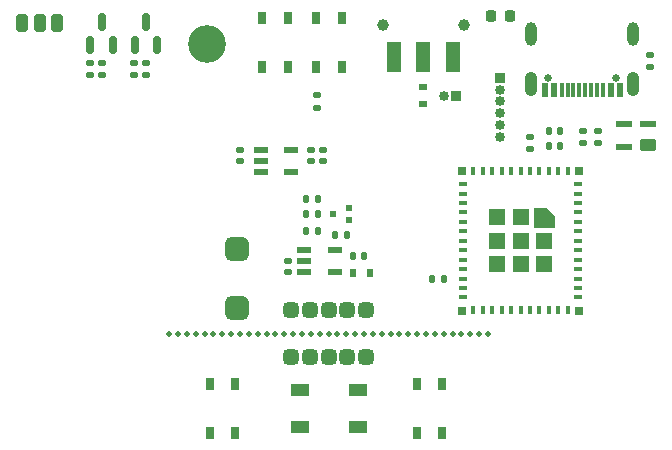
<source format=gbr>
%TF.GenerationSoftware,KiCad,Pcbnew,(6.0.9-0)*%
%TF.CreationDate,2023-02-23T20:44:17-08:00*%
%TF.ProjectId,esp32 caliper,65737033-3220-4636-916c-697065722e6b,rev?*%
%TF.SameCoordinates,Original*%
%TF.FileFunction,Soldermask,Top*%
%TF.FilePolarity,Negative*%
%FSLAX46Y46*%
G04 Gerber Fmt 4.6, Leading zero omitted, Abs format (unit mm)*
G04 Created by KiCad (PCBNEW (6.0.9-0)) date 2023-02-23 20:44:17*
%MOMM*%
%LPD*%
G01*
G04 APERTURE LIST*
G04 Aperture macros list*
%AMRoundRect*
0 Rectangle with rounded corners*
0 $1 Rounding radius*
0 $2 $3 $4 $5 $6 $7 $8 $9 X,Y pos of 4 corners*
0 Add a 4 corners polygon primitive as box body*
4,1,4,$2,$3,$4,$5,$6,$7,$8,$9,$2,$3,0*
0 Add four circle primitives for the rounded corners*
1,1,$1+$1,$2,$3*
1,1,$1+$1,$4,$5*
1,1,$1+$1,$6,$7*
1,1,$1+$1,$8,$9*
0 Add four rect primitives between the rounded corners*
20,1,$1+$1,$2,$3,$4,$5,0*
20,1,$1+$1,$4,$5,$6,$7,0*
20,1,$1+$1,$6,$7,$8,$9,0*
20,1,$1+$1,$8,$9,$2,$3,0*%
G04 Aperture macros list end*
%ADD10C,0.010000*%
%ADD11RoundRect,0.135000X-0.135000X-0.185000X0.135000X-0.185000X0.135000X0.185000X-0.135000X0.185000X0*%
%ADD12RoundRect,0.140000X-0.140000X-0.170000X0.140000X-0.170000X0.140000X0.170000X-0.140000X0.170000X0*%
%ADD13RoundRect,0.250000X0.250000X-0.500000X0.250000X0.500000X-0.250000X0.500000X-0.250000X-0.500000X0*%
%ADD14RoundRect,0.500000X0.500000X0.500000X-0.500000X0.500000X-0.500000X-0.500000X0.500000X-0.500000X0*%
%ADD15C,1.000000*%
%ADD16R,1.200000X2.500000*%
%ADD17C,3.200000*%
%ADD18C,0.650000*%
%ADD19R,0.600000X1.150000*%
%ADD20R,0.300000X1.150000*%
%ADD21O,1.050000X2.100000*%
%ADD22O,1.000000X2.000000*%
%ADD23R,0.650000X1.050000*%
%ADD24RoundRect,0.135000X0.185000X-0.135000X0.185000X0.135000X-0.185000X0.135000X-0.185000X-0.135000X0*%
%ADD25RoundRect,0.135000X-0.185000X0.135000X-0.185000X-0.135000X0.185000X-0.135000X0.185000X0.135000X0*%
%ADD26RoundRect,0.150000X0.150000X-0.587500X0.150000X0.587500X-0.150000X0.587500X-0.150000X-0.587500X0*%
%ADD27R,0.850000X0.850000*%
%ADD28O,0.850000X0.850000*%
%ADD29RoundRect,0.218750X-0.218750X-0.256250X0.218750X-0.256250X0.218750X0.256250X-0.218750X0.256250X0*%
%ADD30C,0.500000*%
%ADD31RoundRect,0.325000X0.325000X0.325000X-0.325000X0.325000X-0.325000X-0.325000X0.325000X-0.325000X0*%
%ADD32RoundRect,0.325000X-0.325000X-0.325000X0.325000X-0.325000X0.325000X0.325000X-0.325000X0.325000X0*%
%ADD33RoundRect,0.140000X0.170000X-0.140000X0.170000X0.140000X-0.170000X0.140000X-0.170000X-0.140000X0*%
%ADD34R,1.500000X1.000000*%
%ADD35RoundRect,0.135000X0.135000X0.185000X-0.135000X0.185000X-0.135000X-0.185000X0.135000X-0.185000X0*%
%ADD36RoundRect,0.140000X-0.170000X0.140000X-0.170000X-0.140000X0.170000X-0.140000X0.170000X0.140000X0*%
%ADD37R,0.700000X0.600000*%
%ADD38RoundRect,0.088500X-0.516500X-0.206500X0.516500X-0.206500X0.516500X0.206500X-0.516500X0.206500X0*%
%ADD39R,0.600000X0.500000*%
%ADD40R,0.400000X0.800000*%
%ADD41R,0.800000X0.400000*%
%ADD42R,1.450000X1.450000*%
%ADD43R,0.700000X0.700000*%
%ADD44RoundRect,0.099000X0.551000X-0.396000X0.551000X0.396000X-0.551000X0.396000X-0.551000X-0.396000X0*%
%ADD45RoundRect,0.059000X0.591000X-0.236000X0.591000X0.236000X-0.591000X0.236000X-0.591000X-0.236000X0*%
%ADD46R,0.600000X0.700000*%
%ADD47R,1.270000X0.558800*%
G04 APERTURE END LIST*
%TO.C,U4*%
G36*
X185520000Y-72155000D02*
G01*
X185520000Y-73145000D01*
X183870000Y-73145000D01*
X183870000Y-71495000D01*
X184860000Y-71495000D01*
X185520000Y-72155000D01*
G37*
D10*
X185520000Y-72155000D02*
X185520000Y-73145000D01*
X183870000Y-73145000D01*
X183870000Y-71495000D01*
X184860000Y-71495000D01*
X185520000Y-72155000D01*
%TD*%
D11*
%TO.C,R14*%
X175240000Y-77500000D03*
X176260000Y-77500000D03*
%TD*%
D12*
%TO.C,C1*%
X169490400Y-75560200D03*
X168530400Y-75560200D03*
%TD*%
D13*
%TO.C,U2*%
X140500000Y-55880000D03*
X142000000Y-55880000D03*
X143500000Y-55880000D03*
%TD*%
D14*
%TO.C,BT1*%
X158750000Y-80000000D03*
X158750000Y-75000000D03*
%TD*%
D15*
%TO.C,S1*%
X177900000Y-56000000D03*
X171100000Y-56000000D03*
D16*
X177000000Y-58750000D03*
X174500000Y-58750000D03*
X172000000Y-58750000D03*
%TD*%
D17*
%TO.C,H1*%
X156200000Y-57600000D03*
%TD*%
D18*
%TO.C,J1*%
X185060000Y-60490000D03*
X190840000Y-60490000D03*
D19*
X191150000Y-61565000D03*
X190350000Y-61565000D03*
D20*
X189200000Y-61565000D03*
X188200000Y-61565000D03*
X187700000Y-61565000D03*
X186700000Y-61565000D03*
D19*
X184750000Y-61565000D03*
X185550000Y-61565000D03*
D20*
X186200000Y-61565000D03*
X187200000Y-61565000D03*
X188700000Y-61565000D03*
X189700000Y-61565000D03*
D21*
X192270000Y-60990000D03*
D22*
X192270000Y-56810000D03*
X183630000Y-56810000D03*
D21*
X183630000Y-60990000D03*
%TD*%
D23*
%TO.C,SW4*%
X173925000Y-90575000D03*
X173925000Y-86425000D03*
X176075000Y-90575000D03*
X176075000Y-86450000D03*
%TD*%
%TO.C,SW3*%
X158575000Y-86425000D03*
X158575000Y-90575000D03*
X156425000Y-86425000D03*
X156425000Y-90550000D03*
%TD*%
%TO.C,SW2*%
X165425000Y-59550000D03*
X165425000Y-55425000D03*
X167575000Y-59575000D03*
X167575000Y-55425000D03*
%TD*%
%TO.C,SW1*%
X163000000Y-55425000D03*
X163000000Y-59575000D03*
X160850000Y-55425000D03*
X160850000Y-59550000D03*
%TD*%
D24*
%TO.C,R13*%
X183500000Y-66510000D03*
X183500000Y-65490000D03*
%TD*%
D25*
%TO.C,R12*%
X147250000Y-59240000D03*
X147250000Y-60260000D03*
%TD*%
%TO.C,R11*%
X146250000Y-60260000D03*
X146250000Y-59240000D03*
%TD*%
%TO.C,R2*%
X151000000Y-59240000D03*
X151000000Y-60260000D03*
%TD*%
D26*
%TO.C,Q2*%
X146300000Y-57687500D03*
X148200000Y-57687500D03*
X147250000Y-55812500D03*
%TD*%
%TO.C,Q1*%
X151000000Y-55812500D03*
X151950000Y-57687500D03*
X150050000Y-57687500D03*
%TD*%
D27*
%TO.C,J2*%
X177250000Y-62000000D03*
D28*
X176250000Y-62000000D03*
%TD*%
D29*
%TO.C,D5*%
X180212500Y-55300000D03*
X181787500Y-55300000D03*
%TD*%
D12*
%TO.C,C10*%
X185100000Y-66270000D03*
X186060000Y-66270000D03*
%TD*%
D27*
%TO.C,U9*%
X181000000Y-60500000D03*
D28*
X181000000Y-61500000D03*
X181000000Y-62500000D03*
X181000000Y-63500000D03*
X181000000Y-64500000D03*
X181000000Y-65500000D03*
%TD*%
D30*
%TO.C,U6*%
X173212000Y-82175000D03*
X168712000Y-82175000D03*
X161962000Y-82175000D03*
X163462000Y-82175000D03*
X178462000Y-82175000D03*
X176962000Y-82175000D03*
X175462000Y-82175000D03*
X155962000Y-82175000D03*
X179212000Y-82175000D03*
X170212000Y-82175000D03*
X177712000Y-82175000D03*
X164962000Y-82175000D03*
X159712000Y-82175000D03*
X152962000Y-82175000D03*
X170962000Y-82175000D03*
X155212000Y-82175000D03*
X169462000Y-82175000D03*
X158212000Y-82175000D03*
X172462000Y-82175000D03*
X167962000Y-82175000D03*
X153712000Y-82175000D03*
X174712000Y-82175000D03*
X166462000Y-82175000D03*
X176212000Y-82175000D03*
X157462000Y-82175000D03*
X173962000Y-82175000D03*
X171712000Y-82175000D03*
X167212000Y-82175000D03*
X161212000Y-82175000D03*
X160462000Y-82175000D03*
X164212000Y-82175000D03*
X158962000Y-82175000D03*
X156712000Y-82175000D03*
X179962000Y-82175000D03*
X165712000Y-82175000D03*
X162712000Y-82175000D03*
X154462000Y-82175000D03*
D31*
X163262000Y-84175000D03*
X164862000Y-84175000D03*
X166462000Y-84175000D03*
X168062000Y-84175000D03*
X169662000Y-84175000D03*
D32*
X163262000Y-80175000D03*
X164862000Y-80175000D03*
X166462000Y-80175000D03*
X168062000Y-80175000D03*
X169662000Y-80175000D03*
%TD*%
D33*
%TO.C,C2*%
X163010400Y-76940200D03*
X163010400Y-75980200D03*
%TD*%
D25*
%TO.C,R1*%
X150000000Y-59240000D03*
X150000000Y-60260000D03*
%TD*%
D34*
%TO.C,D2*%
X168950000Y-90100000D03*
X168950000Y-86900000D03*
X164050000Y-86900000D03*
X164050000Y-90100000D03*
%TD*%
D35*
%TO.C,R8*%
X168020400Y-73810200D03*
X167000400Y-73810200D03*
%TD*%
D12*
%TO.C,C9*%
X185100000Y-65000000D03*
X186060000Y-65000000D03*
%TD*%
D36*
%TO.C,C4*%
X166000000Y-66580200D03*
X166000000Y-67540200D03*
%TD*%
D11*
%TO.C,R3*%
X164570000Y-70755000D03*
X165590000Y-70755000D03*
%TD*%
D37*
%TO.C,D3*%
X174500000Y-62700000D03*
X174500000Y-61300000D03*
%TD*%
D38*
%TO.C,U3*%
X160745000Y-66610200D03*
X160745000Y-67560200D03*
X160745000Y-68510200D03*
X163255000Y-68510200D03*
X163255000Y-66610200D03*
%TD*%
D24*
%TO.C,R6*%
X193675000Y-59565000D03*
X193675000Y-58545000D03*
%TD*%
D35*
%TO.C,R7*%
X165590000Y-72025000D03*
X164570000Y-72025000D03*
%TD*%
D39*
%TO.C,Q3*%
X168160400Y-72525000D03*
X168160400Y-71525000D03*
X166860400Y-72025000D03*
%TD*%
D24*
%TO.C,R4*%
X189250000Y-66010000D03*
X189250000Y-64990000D03*
%TD*%
D36*
%TO.C,C3*%
X159000000Y-66580200D03*
X159000000Y-67540200D03*
%TD*%
D35*
%TO.C,R9*%
X165590000Y-73460200D03*
X164570000Y-73460200D03*
%TD*%
D24*
%TO.C,R5*%
X188020000Y-66010000D03*
X188020000Y-64990000D03*
%TD*%
D40*
%TO.C,U4*%
X186720000Y-68395000D03*
X185920000Y-68395000D03*
X185120000Y-68395000D03*
X184320000Y-68395000D03*
X183520000Y-68395000D03*
X182720000Y-68395000D03*
X181920000Y-68395000D03*
X181120000Y-68395000D03*
X180320000Y-68395000D03*
X179520000Y-68395000D03*
X178720000Y-68395000D03*
D41*
X177820000Y-69495000D03*
X177820000Y-70295000D03*
X177820000Y-71095000D03*
X177820000Y-71895000D03*
X177820000Y-72695000D03*
X177820000Y-73495000D03*
X177820000Y-74295000D03*
X177820000Y-75095000D03*
X177820000Y-75895000D03*
X177820000Y-76695000D03*
X177820000Y-77495000D03*
X177820000Y-78295000D03*
X177820000Y-79095000D03*
D40*
X178720000Y-80195000D03*
X179520000Y-80195000D03*
X180320000Y-80195000D03*
X181120000Y-80195000D03*
X181920000Y-80195000D03*
X182720000Y-80195000D03*
X183520000Y-80195000D03*
X184320000Y-80195000D03*
X185120000Y-80195000D03*
X185920000Y-80195000D03*
X186720000Y-80195000D03*
D41*
X187620000Y-79095000D03*
X187620000Y-78295000D03*
X187620000Y-77495000D03*
X187620000Y-76695000D03*
X187620000Y-75895000D03*
X187620000Y-75095000D03*
X187620000Y-74295000D03*
X187620000Y-73495000D03*
X187620000Y-72695000D03*
X187620000Y-71895000D03*
X187620000Y-71095000D03*
X187620000Y-70295000D03*
X187620000Y-69495000D03*
D42*
X184695000Y-74295000D03*
X184695000Y-76270000D03*
X182720000Y-76270000D03*
X180745000Y-76270000D03*
X180745000Y-74295000D03*
X180745000Y-72320000D03*
X182720000Y-72320000D03*
X182720000Y-74295000D03*
D43*
X187670000Y-80245000D03*
X177770000Y-80245000D03*
X177770000Y-68345000D03*
X187670000Y-68345000D03*
%TD*%
D36*
%TO.C,C5*%
X165000000Y-66580200D03*
X165000000Y-67540200D03*
%TD*%
D44*
%TO.C,D1*%
X193525000Y-66165000D03*
D45*
X193525000Y-64445000D03*
X191475000Y-64445000D03*
X191475000Y-66365000D03*
%TD*%
D24*
%TO.C,R10*%
X165500000Y-63010000D03*
X165500000Y-61990000D03*
%TD*%
D46*
%TO.C,D4*%
X169950000Y-77000000D03*
X168550000Y-77000000D03*
%TD*%
D47*
%TO.C,U1*%
X164419600Y-75060200D03*
X164419600Y-76000000D03*
X164419600Y-76939800D03*
X167010400Y-76939800D03*
X167010400Y-75060200D03*
%TD*%
M02*

</source>
